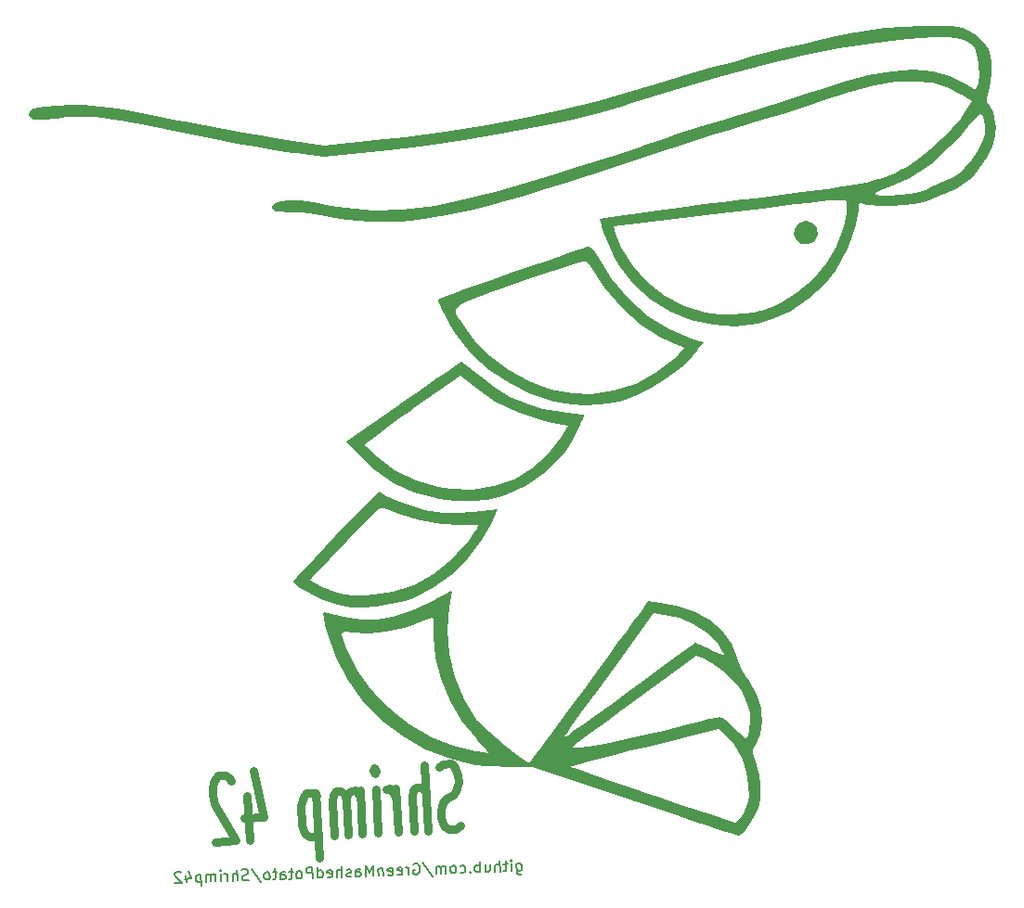
<source format=gbo>
%TF.GenerationSoftware,KiCad,Pcbnew,(6.0.0-0)*%
%TF.CreationDate,2022-02-08T20:13:20+07:00*%
%TF.ProjectId,PCB Bottom,50434220-426f-4747-946f-6d2e6b696361,rev?*%
%TF.SameCoordinates,Original*%
%TF.FileFunction,Legend,Bot*%
%TF.FilePolarity,Positive*%
%FSLAX46Y46*%
G04 Gerber Fmt 4.6, Leading zero omitted, Abs format (unit mm)*
G04 Created by KiCad (PCBNEW (6.0.0-0)) date 2022-02-08 20:13:20*
%MOMM*%
%LPD*%
G01*
G04 APERTURE LIST*
%ADD10C,0.150000*%
%ADD11C,0.750000*%
G04 APERTURE END LIST*
D10*
X98713903Y-92669291D02*
X98742155Y-93478321D01*
X98793069Y-93571840D01*
X98842320Y-93617768D01*
X98939162Y-93662034D01*
X99081933Y-93657048D01*
X99175451Y-93606135D01*
X98735507Y-93287961D02*
X98832349Y-93332228D01*
X99022709Y-93325580D01*
X99116228Y-93274666D01*
X99162156Y-93225414D01*
X99206422Y-93128572D01*
X99196451Y-92843032D01*
X99145537Y-92749514D01*
X99096285Y-92703586D01*
X98999443Y-92659319D01*
X98809083Y-92665967D01*
X98715565Y-92716881D01*
X98261269Y-93352170D02*
X98238002Y-92685910D01*
X98226369Y-92352779D02*
X98275621Y-92398707D01*
X98229693Y-92447959D01*
X98180441Y-92402031D01*
X98226369Y-92352779D01*
X98229693Y-92447959D01*
X97904872Y-92697543D02*
X97524152Y-92710838D01*
X97750469Y-92369398D02*
X97780383Y-93226019D01*
X97736116Y-93322861D01*
X97642598Y-93373775D01*
X97547418Y-93377098D01*
X97214288Y-93388732D02*
X97179388Y-92389341D01*
X96785977Y-93403688D02*
X96767697Y-92880198D01*
X96811963Y-92783356D01*
X96905481Y-92732442D01*
X97048251Y-92727457D01*
X97145093Y-92771723D01*
X97194345Y-92817651D01*
X95858500Y-92769004D02*
X95881767Y-93435264D01*
X96286811Y-92754047D02*
X96305091Y-93277537D01*
X96260825Y-93374379D01*
X96167307Y-93425293D01*
X96024537Y-93430279D01*
X95927695Y-93386012D01*
X95878443Y-93340084D01*
X95405866Y-93451883D02*
X95370967Y-92452492D01*
X95384262Y-92833212D02*
X95287420Y-92788946D01*
X95097060Y-92795594D01*
X95003542Y-92846508D01*
X94957613Y-92895759D01*
X94913347Y-92992601D01*
X94923318Y-93278142D01*
X94974232Y-93371660D01*
X95023484Y-93417588D01*
X95120326Y-93461854D01*
X95310686Y-93455207D01*
X95404204Y-93404293D01*
X94498332Y-93388279D02*
X94452404Y-93437531D01*
X94501656Y-93483459D01*
X94547584Y-93434207D01*
X94498332Y-93388279D01*
X94501656Y-93483459D01*
X93595783Y-93467444D02*
X93692625Y-93511711D01*
X93882985Y-93505063D01*
X93976503Y-93454149D01*
X94022431Y-93404897D01*
X94066698Y-93308055D01*
X94056726Y-93022515D01*
X94005813Y-92928997D01*
X93956561Y-92883069D01*
X93859719Y-92838803D01*
X93669359Y-92845450D01*
X93575840Y-92896364D01*
X93026364Y-93534977D02*
X93119883Y-93484063D01*
X93165811Y-93434811D01*
X93210077Y-93337969D01*
X93200106Y-93052429D01*
X93149192Y-92958911D01*
X93099940Y-92912983D01*
X93003098Y-92868716D01*
X92860328Y-92873702D01*
X92766810Y-92924616D01*
X92720882Y-92973868D01*
X92676615Y-93070710D01*
X92686587Y-93356250D01*
X92737500Y-93449768D01*
X92786752Y-93495696D01*
X92883594Y-93539963D01*
X93026364Y-93534977D01*
X92264924Y-93561567D02*
X92241657Y-92895307D01*
X92244981Y-92990487D02*
X92195729Y-92944558D01*
X92098887Y-92900292D01*
X91956117Y-92905278D01*
X91862599Y-92956192D01*
X91818333Y-93053034D01*
X91836613Y-93576524D01*
X91818333Y-93053034D02*
X91767419Y-92959515D01*
X91670577Y-92915249D01*
X91527807Y-92920235D01*
X91434289Y-92971149D01*
X91390022Y-93067991D01*
X91408303Y-93591481D01*
X90181991Y-92586047D02*
X91083482Y-93841064D01*
X89328694Y-92711141D02*
X89422212Y-92660227D01*
X89564982Y-92655242D01*
X89709414Y-92697846D01*
X89807918Y-92789702D01*
X89858832Y-92883221D01*
X89913069Y-93071919D01*
X89918055Y-93214689D01*
X89877112Y-93406711D01*
X89832846Y-93503553D01*
X89740990Y-93602057D01*
X89599882Y-93654632D01*
X89504701Y-93657956D01*
X89360269Y-93615352D01*
X89311018Y-93569424D01*
X89299384Y-93236293D01*
X89489745Y-93229646D01*
X88886031Y-93679561D02*
X88862765Y-93013300D01*
X88869412Y-93203660D02*
X88818498Y-93110142D01*
X88769246Y-93064214D01*
X88672404Y-93019948D01*
X88577224Y-93023271D01*
X87884978Y-93666870D02*
X87981820Y-93711136D01*
X88172180Y-93704489D01*
X88265699Y-93653575D01*
X88309965Y-93556733D01*
X88296670Y-93176013D01*
X88245756Y-93082495D01*
X88148914Y-93038228D01*
X87958554Y-93044876D01*
X87865036Y-93095790D01*
X87820769Y-93192632D01*
X87824093Y-93287812D01*
X88303317Y-93366373D01*
X87028357Y-93696784D02*
X87125199Y-93741050D01*
X87315560Y-93734403D01*
X87409078Y-93683489D01*
X87453344Y-93586647D01*
X87440049Y-93205927D01*
X87389135Y-93112408D01*
X87292293Y-93068142D01*
X87101933Y-93074790D01*
X87008415Y-93125703D01*
X86964149Y-93222545D01*
X86967472Y-93317726D01*
X87446697Y-93396287D01*
X86530853Y-93094732D02*
X86554119Y-93760993D01*
X86534176Y-93189912D02*
X86484924Y-93143984D01*
X86388083Y-93099718D01*
X86245312Y-93104704D01*
X86151794Y-93155617D01*
X86107528Y-93252459D01*
X86125809Y-93775950D01*
X85649908Y-93792569D02*
X85615009Y-92793178D01*
X85306807Y-93518661D01*
X84948748Y-92816444D01*
X84983648Y-93815835D01*
X84079437Y-93847411D02*
X84061156Y-93323920D01*
X84105423Y-93227078D01*
X84198941Y-93176164D01*
X84389301Y-93169517D01*
X84486143Y-93213783D01*
X84077775Y-93799821D02*
X84174617Y-93844087D01*
X84412567Y-93835777D01*
X84506085Y-93784864D01*
X84550352Y-93688022D01*
X84547028Y-93592842D01*
X84496114Y-93499323D01*
X84399272Y-93455057D01*
X84161322Y-93463367D01*
X84064480Y-93419100D01*
X83649465Y-93814777D02*
X83555947Y-93865691D01*
X83365586Y-93872339D01*
X83268744Y-93828073D01*
X83217831Y-93734554D01*
X83216169Y-93686964D01*
X83260435Y-93590122D01*
X83353953Y-93539209D01*
X83496723Y-93534223D01*
X83590241Y-93483309D01*
X83634508Y-93386467D01*
X83632846Y-93338877D01*
X83581932Y-93245359D01*
X83485090Y-93201093D01*
X83342320Y-93206078D01*
X83248802Y-93256992D01*
X82794506Y-93892281D02*
X82759606Y-92892891D01*
X82366196Y-93907238D02*
X82347915Y-93383748D01*
X82392181Y-93286906D01*
X82485699Y-93235992D01*
X82628469Y-93231006D01*
X82725311Y-93275273D01*
X82774563Y-93321201D01*
X81507913Y-93889562D02*
X81604755Y-93933828D01*
X81795115Y-93927181D01*
X81888633Y-93876267D01*
X81932900Y-93779425D01*
X81919604Y-93398705D01*
X81868691Y-93305187D01*
X81771849Y-93260920D01*
X81581489Y-93267568D01*
X81487970Y-93318482D01*
X81443704Y-93415324D01*
X81447028Y-93510504D01*
X81926252Y-93589065D01*
X80605364Y-93968728D02*
X80570465Y-92969337D01*
X80603702Y-93921138D02*
X80700544Y-93965404D01*
X80890904Y-93958757D01*
X80984422Y-93907843D01*
X81030351Y-93858591D01*
X81074617Y-93761749D01*
X81064646Y-93476209D01*
X81013732Y-93382691D01*
X80964480Y-93336762D01*
X80867638Y-93292496D01*
X80677278Y-93299144D01*
X80583760Y-93350057D01*
X80129464Y-93985347D02*
X80094564Y-92985956D01*
X79713844Y-92999251D01*
X79620326Y-93050165D01*
X79574398Y-93099417D01*
X79530131Y-93196259D01*
X79535117Y-93339029D01*
X79586031Y-93432547D01*
X79635283Y-93478475D01*
X79732125Y-93522741D01*
X80112845Y-93509446D01*
X78987303Y-94025232D02*
X79080821Y-93974318D01*
X79126749Y-93925066D01*
X79171015Y-93828224D01*
X79161044Y-93542684D01*
X79110130Y-93449166D01*
X79060878Y-93403238D01*
X78964036Y-93358971D01*
X78821266Y-93363957D01*
X78727748Y-93414871D01*
X78681820Y-93464123D01*
X78637554Y-93560965D01*
X78647525Y-93846505D01*
X78698439Y-93940023D01*
X78747691Y-93985951D01*
X78844533Y-94030217D01*
X78987303Y-94025232D01*
X78345366Y-93380576D02*
X77964646Y-93393871D01*
X78190963Y-93052431D02*
X78220876Y-93909052D01*
X78176610Y-94005894D01*
X78083092Y-94056808D01*
X77987912Y-94060131D01*
X77226471Y-94086721D02*
X77208191Y-93563231D01*
X77252457Y-93466389D01*
X77345975Y-93415475D01*
X77536335Y-93408828D01*
X77633177Y-93453094D01*
X77224809Y-94039131D02*
X77321651Y-94083398D01*
X77559602Y-94075088D01*
X77653120Y-94024174D01*
X77697386Y-93927333D01*
X77694062Y-93832152D01*
X77643148Y-93738634D01*
X77546306Y-93694368D01*
X77308356Y-93702677D01*
X77211514Y-93658411D01*
X76870075Y-93432094D02*
X76489354Y-93445389D01*
X76715671Y-93103949D02*
X76745585Y-93960570D01*
X76701319Y-94057412D01*
X76607801Y-94108326D01*
X76512621Y-94111650D01*
X76036720Y-94128268D02*
X76130238Y-94077355D01*
X76176167Y-94028103D01*
X76220433Y-93931261D01*
X76210462Y-93645721D01*
X76159548Y-93552202D01*
X76110296Y-93506274D01*
X76013454Y-93462008D01*
X75870684Y-93466994D01*
X75777166Y-93517907D01*
X75731237Y-93567159D01*
X75686971Y-93664001D01*
X75696942Y-93949541D01*
X75747856Y-94043060D01*
X75797108Y-94088988D01*
X75893950Y-94133254D01*
X76036720Y-94128268D01*
X74524868Y-93132806D02*
X75426359Y-94387823D01*
X74274227Y-94142168D02*
X74133119Y-94194744D01*
X73895169Y-94203053D01*
X73798327Y-94158787D01*
X73749075Y-94112859D01*
X73698161Y-94019340D01*
X73694837Y-93924160D01*
X73739103Y-93827318D01*
X73785032Y-93778066D01*
X73878550Y-93727153D01*
X74067248Y-93672915D01*
X74160766Y-93622001D01*
X74206694Y-93572749D01*
X74250961Y-93475907D01*
X74247637Y-93380727D01*
X74196723Y-93287209D01*
X74147471Y-93241281D01*
X74050629Y-93197015D01*
X73812679Y-93205324D01*
X73671571Y-93257900D01*
X73276498Y-94224658D02*
X73241599Y-93225267D01*
X72848188Y-94239614D02*
X72829907Y-93716124D01*
X72874173Y-93619282D01*
X72967691Y-93568368D01*
X73110462Y-93563383D01*
X73207304Y-93607649D01*
X73256555Y-93653577D01*
X72372287Y-94256233D02*
X72349021Y-93589973D01*
X72355668Y-93780333D02*
X72304755Y-93686815D01*
X72255503Y-93640887D01*
X72158661Y-93596620D01*
X72063481Y-93599944D01*
X71753617Y-94277838D02*
X71730350Y-93611577D01*
X71718717Y-93278447D02*
X71767969Y-93324375D01*
X71722041Y-93373627D01*
X71672789Y-93327699D01*
X71718717Y-93278447D01*
X71722041Y-93373627D01*
X71277716Y-94294457D02*
X71254450Y-93628196D01*
X71257774Y-93723376D02*
X71208522Y-93677448D01*
X71111680Y-93633182D01*
X70968910Y-93638167D01*
X70875392Y-93689081D01*
X70831125Y-93785923D01*
X70849406Y-94309413D01*
X70831125Y-93785923D02*
X70780212Y-93692405D01*
X70683370Y-93648139D01*
X70540599Y-93653124D01*
X70447081Y-93704038D01*
X70402815Y-93800880D01*
X70421096Y-94324370D01*
X69921929Y-93674729D02*
X69956828Y-94674119D01*
X69923591Y-93722319D02*
X69826749Y-93678052D01*
X69636389Y-93684700D01*
X69542870Y-93735614D01*
X69496942Y-93784866D01*
X69452676Y-93881708D01*
X69462647Y-94167248D01*
X69513561Y-94260766D01*
X69562813Y-94306694D01*
X69659655Y-94350960D01*
X69850015Y-94344313D01*
X69943533Y-94293399D01*
X68589408Y-93721261D02*
X68612674Y-94387522D01*
X68814063Y-93332232D02*
X69076941Y-94037773D01*
X68458271Y-94059377D01*
X68105198Y-93499930D02*
X68055946Y-93454002D01*
X67959104Y-93409735D01*
X67721154Y-93418045D01*
X67627636Y-93468959D01*
X67581708Y-93518211D01*
X67537441Y-93615053D01*
X67540765Y-93710233D01*
X67593341Y-93851341D01*
X68184364Y-94402479D01*
X67565693Y-94424083D01*
D11*
X93622018Y-89214332D02*
X93208987Y-89522085D01*
X92495680Y-89559468D01*
X92195404Y-89289098D01*
X92037790Y-89011252D01*
X91865222Y-88448083D01*
X91835316Y-87877437D01*
X91948071Y-87299315D01*
X92075779Y-87006516D01*
X92346149Y-86706240D01*
X92901841Y-86391011D01*
X93172211Y-86090735D01*
X93299919Y-85797936D01*
X93412674Y-85219814D01*
X93382768Y-84649169D01*
X93210200Y-84086000D01*
X93052586Y-83808154D01*
X92752310Y-83537784D01*
X92039003Y-83575167D01*
X91625972Y-83882919D01*
X90641083Y-89656663D02*
X90327067Y-83664886D01*
X89357130Y-89723952D02*
X89192646Y-86585402D01*
X89305401Y-86007280D01*
X89575771Y-85707004D01*
X90003755Y-85684574D01*
X90304031Y-85954944D01*
X90461645Y-86232790D01*
X87930517Y-89798718D02*
X87721173Y-85804199D01*
X87780985Y-86945490D02*
X87608418Y-86382321D01*
X87450803Y-86104475D01*
X87150527Y-85834106D01*
X86865205Y-85849059D01*
X86075919Y-89895913D02*
X85866575Y-85901395D01*
X85761903Y-83904136D02*
X85919518Y-84181982D01*
X85791809Y-84474781D01*
X85634195Y-84196935D01*
X85761903Y-83904136D01*
X85791809Y-84474781D01*
X84649305Y-89970679D02*
X84439962Y-85976160D01*
X84469868Y-86546806D02*
X84312253Y-86268960D01*
X84011977Y-85998590D01*
X83583993Y-86021020D01*
X83313624Y-86321296D01*
X83200869Y-86899418D01*
X83365353Y-90037968D01*
X83200869Y-86899418D02*
X83028301Y-86336249D01*
X82728025Y-86065879D01*
X82300041Y-86088309D01*
X82029672Y-86388585D01*
X81916916Y-86966707D01*
X82081401Y-90105257D01*
X80445443Y-86185504D02*
X80759459Y-92177282D01*
X80460397Y-86470827D02*
X80160121Y-86200457D01*
X79589475Y-86230364D01*
X79319106Y-86530640D01*
X79191397Y-86823439D01*
X79078642Y-87401561D01*
X79168361Y-89113497D01*
X79340929Y-89676666D01*
X79498543Y-89954512D01*
X79798819Y-90224882D01*
X80369464Y-90194976D01*
X80639834Y-89894700D01*
X74168343Y-86514473D02*
X74377687Y-90508991D01*
X74762025Y-84194509D02*
X75699629Y-88436967D01*
X73845031Y-88534162D01*
X72666964Y-85162625D02*
X72509350Y-84884779D01*
X72209074Y-84614409D01*
X71495767Y-84651792D01*
X71225397Y-84952068D01*
X71097689Y-85244867D01*
X70984934Y-85822989D01*
X71014840Y-86393635D01*
X71202361Y-87242126D01*
X73093735Y-90576280D01*
X71239137Y-90673476D01*
%TO.C,G\u002A\u002A\u002A*%
G36*
X138429012Y-16247651D02*
G01*
X139387699Y-16409371D01*
X139911361Y-16601954D01*
X140717912Y-17086159D01*
X141393370Y-17701487D01*
X141807098Y-18343501D01*
X141890413Y-18615672D01*
X142015140Y-19459433D01*
X142039236Y-20448095D01*
X141963515Y-21411687D01*
X141788787Y-22180232D01*
X141683895Y-22475695D01*
X141578556Y-22897480D01*
X141637052Y-23178360D01*
X141869049Y-23474213D01*
X141875519Y-23481422D01*
X142203443Y-24103739D01*
X142409651Y-25099551D01*
X142420962Y-25200405D01*
X142423599Y-25223918D01*
X142415384Y-26227450D01*
X142160132Y-27202678D01*
X141627387Y-28230127D01*
X140786693Y-29390317D01*
X140485520Y-29754245D01*
X140028202Y-30229302D01*
X139526004Y-30616048D01*
X138869995Y-30993203D01*
X137951246Y-31439494D01*
X137322838Y-31727041D01*
X136510935Y-32059626D01*
X135787734Y-32278518D01*
X134990793Y-32429175D01*
X133957675Y-32557053D01*
X133007835Y-32641107D01*
X131814707Y-32667838D01*
X130962052Y-32572241D01*
X130675868Y-32506088D01*
X130209395Y-32403428D01*
X130001998Y-32365825D01*
X129991426Y-32380646D01*
X129973849Y-32485055D01*
X129946979Y-32644667D01*
X129908186Y-33132977D01*
X129885236Y-33372398D01*
X129687773Y-34300209D01*
X129336529Y-35402332D01*
X128878827Y-36555800D01*
X128361986Y-37637640D01*
X127833327Y-38524881D01*
X126847288Y-39747642D01*
X125344912Y-41123641D01*
X123645453Y-42243422D01*
X121844339Y-43035118D01*
X120726259Y-43342538D01*
X118677281Y-43602623D01*
X116626365Y-43501182D01*
X114625729Y-43056624D01*
X112727594Y-42287353D01*
X110984179Y-41211777D01*
X109447701Y-39848300D01*
X108170381Y-38215331D01*
X108026385Y-37980786D01*
X107585103Y-37162733D01*
X107142844Y-36223716D01*
X106749519Y-35280769D01*
X106478086Y-34515879D01*
X107567908Y-34515879D01*
X107774810Y-35145357D01*
X108300009Y-36431626D01*
X109333966Y-38115113D01*
X110662553Y-39592539D01*
X112237297Y-40821030D01*
X114009727Y-41757712D01*
X115931371Y-42359712D01*
X116490800Y-42442619D01*
X117418517Y-42500571D01*
X118453519Y-42504695D01*
X119469500Y-42458326D01*
X120340151Y-42364801D01*
X120939163Y-42227456D01*
X121064044Y-42180397D01*
X121575365Y-41986633D01*
X122190613Y-41752542D01*
X122893600Y-41443170D01*
X124386761Y-40517172D01*
X125772402Y-39304752D01*
X126968892Y-37883502D01*
X127894603Y-36331008D01*
X128093017Y-35872716D01*
X128388167Y-35021379D01*
X128630550Y-34126298D01*
X128797004Y-33291569D01*
X128864367Y-32621282D01*
X128809476Y-32219534D01*
X128806778Y-32214742D01*
X128732739Y-32155543D01*
X128572098Y-32117771D01*
X128293834Y-32104331D01*
X127866926Y-32118130D01*
X127260356Y-32162070D01*
X126443103Y-32239057D01*
X125384148Y-32351996D01*
X124052470Y-32503791D01*
X122417049Y-32697347D01*
X120446867Y-32935570D01*
X118110900Y-33221363D01*
X107567908Y-34515879D01*
X106478086Y-34515879D01*
X106455038Y-34450930D01*
X106309309Y-33851234D01*
X106342277Y-33830276D01*
X106693870Y-33749602D01*
X107413296Y-33627703D01*
X108479740Y-33467461D01*
X109872385Y-33271760D01*
X111570414Y-33043484D01*
X113553012Y-32785514D01*
X115799363Y-32500734D01*
X118288650Y-32192028D01*
X118587971Y-32155271D01*
X121211090Y-31832096D01*
X123474552Y-31549067D01*
X124076600Y-31471377D01*
X131450895Y-31471377D01*
X131451190Y-31595914D01*
X131498079Y-31612479D01*
X132012719Y-31679284D01*
X132781079Y-31673542D01*
X133683681Y-31606801D01*
X134601049Y-31490606D01*
X135413707Y-31336509D01*
X136002176Y-31156054D01*
X136419363Y-30974812D01*
X137218354Y-30628052D01*
X138010921Y-30284406D01*
X138554548Y-30022369D01*
X139098392Y-29655831D01*
X139619082Y-29145409D01*
X140232511Y-28392403D01*
X140779694Y-27630453D01*
X141226305Y-26824568D01*
X141428525Y-26134922D01*
X141448789Y-25944908D01*
X141443534Y-25320418D01*
X141354228Y-24736815D01*
X141205614Y-24313764D01*
X141022432Y-24170930D01*
X141018315Y-24172300D01*
X140832146Y-24345911D01*
X140449813Y-24764993D01*
X139924779Y-25369340D01*
X139310505Y-26098748D01*
X138261209Y-27253623D01*
X136497564Y-28804463D01*
X134601930Y-30049970D01*
X132639488Y-30942811D01*
X132573890Y-30966221D01*
X131828738Y-31259497D01*
X131450895Y-31471377D01*
X124076600Y-31471377D01*
X125412226Y-31299024D01*
X127057981Y-31074806D01*
X128445687Y-30869251D01*
X129609212Y-30675199D01*
X130582424Y-30485491D01*
X131399195Y-30292963D01*
X132093392Y-30090456D01*
X132698884Y-29870810D01*
X133249542Y-29626864D01*
X133779234Y-29351455D01*
X134321827Y-29037424D01*
X134911193Y-28677611D01*
X135527179Y-28250632D01*
X136472722Y-27473922D01*
X137465621Y-26550944D01*
X138411760Y-25575100D01*
X139217022Y-24639795D01*
X139787291Y-23838432D01*
X140246094Y-23072756D01*
X139301568Y-22474912D01*
X139271479Y-22455957D01*
X138007793Y-21814018D01*
X136620661Y-21409603D01*
X135078025Y-21244041D01*
X133347824Y-21318663D01*
X131397999Y-21634796D01*
X129196493Y-22193771D01*
X126711245Y-22996916D01*
X126037434Y-23229009D01*
X124608829Y-23702587D01*
X123026578Y-24208731D01*
X121439690Y-24700110D01*
X119997182Y-25129397D01*
X119250511Y-25350371D01*
X117950062Y-25747877D01*
X116399495Y-26232537D01*
X114673355Y-26780635D01*
X112846187Y-27368457D01*
X110992535Y-27972289D01*
X109186945Y-28568415D01*
X108012917Y-28958117D01*
X105358297Y-29831246D01*
X103024660Y-30584803D01*
X100972508Y-31229914D01*
X99162343Y-31777709D01*
X97554668Y-32239314D01*
X96109984Y-32625857D01*
X94788794Y-32948465D01*
X93551601Y-33218266D01*
X92358906Y-33446389D01*
X91171212Y-33643959D01*
X90273147Y-33780324D01*
X89064260Y-33946059D01*
X88069133Y-34049459D01*
X87176865Y-34098411D01*
X86276559Y-34100802D01*
X85257315Y-34064518D01*
X84367922Y-34005362D01*
X83217119Y-33887764D01*
X82167772Y-33739331D01*
X81369128Y-33578710D01*
X81313309Y-33564651D01*
X80361110Y-33383140D01*
X79253929Y-33250968D01*
X78220070Y-33195888D01*
X77863014Y-33191825D01*
X77152062Y-33165224D01*
X76733116Y-33101409D01*
X76527727Y-32982309D01*
X76457448Y-32789853D01*
X76477781Y-32561772D01*
X76702770Y-32376028D01*
X77234986Y-32234545D01*
X77940944Y-32143982D01*
X78971490Y-32152209D01*
X80224858Y-32302856D01*
X81774165Y-32601839D01*
X83073988Y-32833490D01*
X85630129Y-33037555D01*
X88402729Y-32962789D01*
X91346407Y-32609157D01*
X91671662Y-32553202D01*
X93162818Y-32247318D01*
X94972767Y-31811787D01*
X97058592Y-31259038D01*
X99377373Y-30601498D01*
X101886196Y-29851594D01*
X104542144Y-29021752D01*
X107302299Y-28124400D01*
X110123743Y-27171965D01*
X110234855Y-27133821D01*
X111879812Y-26580531D01*
X113715210Y-25980781D01*
X115599269Y-25379831D01*
X117390209Y-24822945D01*
X118946250Y-24355388D01*
X118973266Y-24347465D01*
X120477402Y-23896898D01*
X122086086Y-23399084D01*
X123676928Y-22892951D01*
X125127538Y-22417429D01*
X126315525Y-22011446D01*
X128348586Y-21342629D01*
X130793484Y-20695320D01*
X132982616Y-20316795D01*
X134938201Y-20206152D01*
X136682462Y-20362494D01*
X138237616Y-20784919D01*
X139625883Y-21472528D01*
X140139501Y-21783190D01*
X140468859Y-21925867D01*
X140658020Y-21881355D01*
X140808306Y-21666257D01*
X140888145Y-21415214D01*
X140925960Y-20728600D01*
X140847835Y-19746625D01*
X140829474Y-19599061D01*
X140718924Y-18856004D01*
X140591003Y-18386266D01*
X140404272Y-18081271D01*
X140117293Y-17832440D01*
X140014189Y-17761159D01*
X139495493Y-17505707D01*
X138825579Y-17336229D01*
X137956000Y-17249947D01*
X136838309Y-17244084D01*
X135424062Y-17315862D01*
X133664810Y-17462504D01*
X131021259Y-17776582D01*
X128041551Y-18265707D01*
X124808023Y-18925025D01*
X121301386Y-19759138D01*
X117502358Y-20772643D01*
X113391649Y-21970140D01*
X108949973Y-23356229D01*
X108583898Y-23471965D01*
X106197460Y-24153438D01*
X103481987Y-24819545D01*
X100498186Y-25458734D01*
X97306768Y-26059453D01*
X93968445Y-26610147D01*
X90543925Y-27099266D01*
X87093919Y-27515256D01*
X81128767Y-28166047D01*
X78667697Y-27815461D01*
X78319749Y-27765515D01*
X76636676Y-27512064D01*
X74948760Y-27236069D01*
X73179127Y-26923579D01*
X71250905Y-26560646D01*
X69087221Y-26133319D01*
X66611203Y-25627650D01*
X65830133Y-25467082D01*
X64070564Y-25116127D01*
X62614484Y-24848190D01*
X61400108Y-24657019D01*
X60365654Y-24536360D01*
X59449336Y-24479962D01*
X58589374Y-24481570D01*
X57723982Y-24534933D01*
X56791376Y-24633795D01*
X56708372Y-24643788D01*
X55717006Y-24747961D01*
X55046566Y-24779271D01*
X54629337Y-24737383D01*
X54397602Y-24621962D01*
X54217024Y-24342915D01*
X54344158Y-23995772D01*
X54464693Y-23857436D01*
X54705749Y-23731871D01*
X55120979Y-23638685D01*
X55785565Y-23562127D01*
X56774692Y-23486440D01*
X57041845Y-23468476D01*
X57833187Y-23422504D01*
X58550032Y-23400110D01*
X59244204Y-23407554D01*
X59967528Y-23451097D01*
X60771832Y-23537003D01*
X61708940Y-23671530D01*
X62830678Y-23860940D01*
X64188872Y-24111494D01*
X65835348Y-24429454D01*
X67821931Y-24821081D01*
X68433430Y-24941505D01*
X70226359Y-25287589D01*
X72036908Y-25627795D01*
X73783173Y-25947276D01*
X75383253Y-26231185D01*
X76755244Y-26464676D01*
X77817240Y-26632903D01*
X81203776Y-27135845D01*
X86673680Y-26554337D01*
X88565889Y-26339302D01*
X92272728Y-25841684D01*
X95961917Y-25250363D01*
X99557085Y-24580079D01*
X102981862Y-23845570D01*
X106159879Y-23061573D01*
X109014766Y-22242828D01*
X109638151Y-22049440D01*
X111880682Y-21366486D01*
X114143516Y-20695618D01*
X116359935Y-20055641D01*
X118463225Y-19465358D01*
X120386668Y-18943574D01*
X122063548Y-18509092D01*
X123427147Y-18180718D01*
X123875602Y-18078653D01*
X125130138Y-17791166D01*
X126358113Y-17507261D01*
X127438307Y-17255047D01*
X128249500Y-17062629D01*
X129078658Y-16880509D01*
X130655550Y-16608217D01*
X132334339Y-16396241D01*
X134033051Y-16249388D01*
X135669715Y-16172467D01*
X137162360Y-16170286D01*
X138429012Y-16247651D01*
G37*
G36*
X95821867Y-48497321D02*
G01*
X96645018Y-49108285D01*
X98123693Y-50039126D01*
X99586339Y-50704968D01*
X101157200Y-51157146D01*
X102960518Y-51446998D01*
X103366202Y-51494602D01*
X104101091Y-51586002D01*
X104625191Y-51658347D01*
X104845114Y-51699141D01*
X104859121Y-51750246D01*
X104766213Y-52073592D01*
X104572213Y-52528805D01*
X104537443Y-52610392D01*
X104218359Y-53269020D01*
X103854506Y-53957851D01*
X103491429Y-54585258D01*
X103174675Y-55059616D01*
X102502661Y-55850837D01*
X101120840Y-57109282D01*
X99535513Y-58190330D01*
X97869301Y-59002844D01*
X97394999Y-59162324D01*
X96085969Y-59436735D01*
X94599343Y-59570584D01*
X93075777Y-59555282D01*
X91655922Y-59382241D01*
X91401734Y-59331279D01*
X89375403Y-58760027D01*
X87553615Y-57915403D01*
X85861006Y-56755389D01*
X84222212Y-55237972D01*
X83429977Y-54410353D01*
X84855823Y-54410353D01*
X84871495Y-54439836D01*
X85095876Y-54683197D01*
X85529367Y-55096020D01*
X86099289Y-55608289D01*
X87632654Y-56742785D01*
X89539351Y-57705699D01*
X91581105Y-58316594D01*
X92717588Y-58491775D01*
X94751032Y-58530011D01*
X96694051Y-58218422D01*
X98504879Y-57573889D01*
X100141747Y-56613295D01*
X101562892Y-55353523D01*
X102726543Y-53811455D01*
X103421150Y-52670138D01*
X102009833Y-52417108D01*
X101287839Y-52271518D01*
X98915825Y-51544824D01*
X96739317Y-50476612D01*
X94778839Y-49076364D01*
X93654399Y-48124044D01*
X89247248Y-51206845D01*
X89225166Y-51222293D01*
X88062773Y-52040253D01*
X87017639Y-52784714D01*
X86132071Y-53424818D01*
X85448374Y-53929700D01*
X85008857Y-54268499D01*
X84855823Y-54410353D01*
X83429977Y-54410353D01*
X83206036Y-54176410D01*
X87893795Y-50884162D01*
X88065685Y-50763466D01*
X89292722Y-49903167D01*
X90431367Y-49107006D01*
X91433884Y-48408206D01*
X92252531Y-47839988D01*
X92839571Y-47435576D01*
X93147263Y-47228191D01*
X93712973Y-46864466D01*
X95821867Y-48497321D01*
G37*
G36*
X92813354Y-67873076D02*
G01*
X92759131Y-68278817D01*
X92646092Y-68881986D01*
X92586271Y-69193856D01*
X92400083Y-71334443D01*
X92574775Y-73510451D01*
X93092953Y-75646352D01*
X93937226Y-77666617D01*
X95090202Y-79495716D01*
X95172043Y-79596792D01*
X95607124Y-80054033D01*
X96220476Y-80627983D01*
X96944632Y-81263221D01*
X97712125Y-81904326D01*
X98243187Y-82326931D01*
X98455491Y-82495877D01*
X99107264Y-82982454D01*
X99599977Y-83308636D01*
X99866164Y-83419002D01*
X99893539Y-83399454D01*
X100121882Y-83137159D01*
X100549166Y-82596309D01*
X100960505Y-82058420D01*
X103832034Y-82058420D01*
X103959140Y-82093520D01*
X104457649Y-82080855D01*
X105264309Y-81981727D01*
X106328911Y-81805440D01*
X107601242Y-81561301D01*
X109031093Y-81258610D01*
X110568252Y-80906673D01*
X112162510Y-80514795D01*
X113076660Y-80283148D01*
X114336139Y-79967459D01*
X115441439Y-79694473D01*
X116334255Y-79478411D01*
X116956279Y-79333500D01*
X117249205Y-79273959D01*
X117491247Y-79339688D01*
X117964478Y-79669545D01*
X118536855Y-80224116D01*
X119017267Y-80718541D01*
X119407329Y-81069100D01*
X119618218Y-81195257D01*
X119631858Y-81192892D01*
X119835796Y-80962284D01*
X119974216Y-80441484D01*
X120030590Y-79731487D01*
X119988390Y-78933284D01*
X119807952Y-78070309D01*
X119255977Y-76907443D01*
X119019130Y-76580505D01*
X118316742Y-75817882D01*
X117454158Y-75058443D01*
X116560815Y-74410653D01*
X115766147Y-73982979D01*
X115135098Y-73730032D01*
X109440179Y-77860328D01*
X108256217Y-78721879D01*
X107036819Y-79615764D01*
X105962318Y-80410401D01*
X105068650Y-81078887D01*
X104391755Y-81594321D01*
X103967570Y-81929798D01*
X103832034Y-82058420D01*
X100960505Y-82058420D01*
X101149335Y-81811496D01*
X101608265Y-81200707D01*
X103068181Y-81200707D01*
X103119282Y-81168516D01*
X103449203Y-80936968D01*
X104059348Y-80499576D01*
X104921537Y-79876819D01*
X106007591Y-79089176D01*
X107289332Y-78157127D01*
X108738580Y-77101149D01*
X110327157Y-75941723D01*
X112026882Y-74699327D01*
X113809578Y-73394440D01*
X115034610Y-72497121D01*
X116346695Y-73133552D01*
X116457863Y-73186792D01*
X117062996Y-73449575D01*
X117483472Y-73586206D01*
X117633965Y-73567894D01*
X117615507Y-73502535D01*
X117436084Y-73145871D01*
X117134415Y-72662746D01*
X116955900Y-72420250D01*
X116058432Y-71550262D01*
X114893219Y-70807787D01*
X113561788Y-70248688D01*
X112165664Y-69928827D01*
X111260501Y-69810949D01*
X107552838Y-74909805D01*
X107140234Y-75477314D01*
X106229529Y-76730544D01*
X105391245Y-77884937D01*
X104657965Y-78895574D01*
X104062276Y-79717534D01*
X103636758Y-80305894D01*
X103413998Y-80615735D01*
X103334426Y-80729520D01*
X103114067Y-81073330D01*
X103068181Y-81200707D01*
X101608265Y-81200707D01*
X101896337Y-80817312D01*
X102764115Y-79648348D01*
X103726616Y-78339199D01*
X104757785Y-76924454D01*
X105009462Y-76577757D01*
X106056193Y-75136794D01*
X107045892Y-73775825D01*
X107948935Y-72535489D01*
X108735697Y-71456429D01*
X109376546Y-70579286D01*
X109841860Y-69944703D01*
X110102009Y-69593318D01*
X110749668Y-68732780D01*
X111843849Y-68848969D01*
X113253428Y-69092995D01*
X114878510Y-69640187D01*
X116290994Y-70425454D01*
X117448225Y-71417935D01*
X118307544Y-72586765D01*
X118645755Y-73443661D01*
X118826294Y-73901077D01*
X118917699Y-74214622D01*
X119233506Y-74968362D01*
X119604269Y-75569240D01*
X119924882Y-75995900D01*
X120601135Y-77208977D01*
X121009599Y-78473038D01*
X121044177Y-78803650D01*
X121139255Y-79712720D01*
X120979081Y-80852660D01*
X120518056Y-81817494D01*
X120501099Y-81841053D01*
X120259422Y-82244629D01*
X120243702Y-82589938D01*
X120441720Y-83078877D01*
X120656398Y-83693228D01*
X120845509Y-84630249D01*
X120923210Y-85365506D01*
X120953933Y-85656215D01*
X120966149Y-86615070D01*
X120866635Y-87350762D01*
X120721340Y-87735483D01*
X120368535Y-88422574D01*
X119934219Y-89103616D01*
X119582236Y-89570684D01*
X119242134Y-89970077D01*
X119049068Y-90131226D01*
X119041177Y-90130594D01*
X118776837Y-90055585D01*
X118175873Y-89865372D01*
X117275254Y-89572204D01*
X116111946Y-89188330D01*
X114722917Y-88725999D01*
X113145132Y-88197460D01*
X111415560Y-87614962D01*
X109571166Y-86990753D01*
X100255111Y-83830407D01*
X98240922Y-83837174D01*
X97793647Y-83835008D01*
X96763111Y-83807082D01*
X96715192Y-83804396D01*
X103665187Y-83804396D01*
X103674336Y-83813486D01*
X103935873Y-83923290D01*
X104526225Y-84141516D01*
X105405158Y-84454115D01*
X106532440Y-84847030D01*
X107867840Y-85306211D01*
X109371125Y-85817604D01*
X111002064Y-86367157D01*
X111394481Y-86498751D01*
X113015757Y-87041864D01*
X114511909Y-87542165D01*
X115840596Y-87985552D01*
X116959475Y-88357933D01*
X117826207Y-88645209D01*
X118398451Y-88833283D01*
X118633865Y-88908060D01*
X118757372Y-88889697D01*
X119062689Y-88619537D01*
X119394511Y-88125586D01*
X119688625Y-87512106D01*
X119880817Y-86883359D01*
X119927589Y-86532972D01*
X119896974Y-85491512D01*
X119682675Y-84333038D01*
X119318471Y-83207223D01*
X118838146Y-82263737D01*
X118549957Y-81849481D01*
X118072894Y-81239813D01*
X117671048Y-80808318D01*
X117156477Y-80346229D01*
X110442368Y-82034949D01*
X109132643Y-82365614D01*
X107661085Y-82740329D01*
X106354020Y-83076647D01*
X105256174Y-83362888D01*
X104412271Y-83587378D01*
X103867034Y-83738440D01*
X103665187Y-83804396D01*
X96715192Y-83804396D01*
X95811259Y-83753728D01*
X95098691Y-83682832D01*
X94991052Y-83667051D01*
X92642729Y-83119672D01*
X90389746Y-82217709D01*
X88278865Y-80997476D01*
X86356848Y-79495285D01*
X84670458Y-77747448D01*
X83266457Y-75790277D01*
X82191607Y-73660084D01*
X82161708Y-73585987D01*
X81809688Y-72647230D01*
X81525889Y-71782643D01*
X82777490Y-71782643D01*
X82909668Y-72231498D01*
X83226819Y-72982737D01*
X83401807Y-73377852D01*
X84255214Y-75053596D01*
X85206988Y-76474772D01*
X86347219Y-77761473D01*
X87765993Y-79033792D01*
X88978325Y-79945978D01*
X90948316Y-81111148D01*
X92968688Y-81944610D01*
X94974965Y-82416114D01*
X95127013Y-82438219D01*
X95706929Y-82531717D01*
X96096353Y-82608189D01*
X96133250Y-82585999D01*
X96003536Y-82357845D01*
X95659576Y-81936609D01*
X95145769Y-81379674D01*
X95019671Y-81246851D01*
X93734439Y-79631729D01*
X92668882Y-77803731D01*
X91861001Y-75853039D01*
X91348792Y-73869838D01*
X91170254Y-71944311D01*
X91169586Y-71671741D01*
X91159074Y-70950090D01*
X91138411Y-70433534D01*
X91110947Y-70219518D01*
X91072913Y-70218755D01*
X90753449Y-70307311D01*
X90186284Y-70502666D01*
X89460735Y-70774767D01*
X88448407Y-71117732D01*
X86810336Y-71494437D01*
X85212772Y-71663731D01*
X83792567Y-71605554D01*
X83757666Y-71600706D01*
X83174799Y-71532214D01*
X82856970Y-71571204D01*
X82777490Y-71782643D01*
X81525889Y-71782643D01*
X81508242Y-71728882D01*
X81275495Y-70901710D01*
X81129578Y-70236480D01*
X81088618Y-69803960D01*
X81170744Y-69674918D01*
X82922466Y-70143839D01*
X84524359Y-70390529D01*
X85996873Y-70391554D01*
X87435141Y-70146679D01*
X88934300Y-69655670D01*
X89065888Y-69603302D01*
X89998721Y-69205088D01*
X90918919Y-68773864D01*
X91644743Y-68394213D01*
X92162197Y-68101490D01*
X92605716Y-67859347D01*
X92804373Y-67762920D01*
X92813354Y-67873076D01*
G37*
G36*
X125760275Y-34210241D02*
G01*
X126102406Y-34657876D01*
X126195610Y-35215637D01*
X125975162Y-35767644D01*
X125793487Y-35945357D01*
X125269851Y-36141560D01*
X124709091Y-36067966D01*
X124245154Y-35759750D01*
X124011983Y-35252088D01*
X124103942Y-34713606D01*
X124466083Y-34230746D01*
X124982080Y-33989704D01*
X125233938Y-33988607D01*
X125760275Y-34210241D01*
G37*
G36*
X105509836Y-36408858D02*
G01*
X105744348Y-36626124D01*
X106047564Y-37078523D01*
X106475092Y-37827116D01*
X107381446Y-39281234D01*
X108910643Y-41139011D01*
X110678080Y-42684601D01*
X112667922Y-43904867D01*
X114864333Y-44786673D01*
X115759758Y-45063056D01*
X115486897Y-45432166D01*
X115192269Y-45830721D01*
X114791895Y-46320020D01*
X113744023Y-47338770D01*
X112472879Y-48330623D01*
X111090537Y-49219926D01*
X109709071Y-49931029D01*
X108440554Y-50388277D01*
X107628902Y-50565020D01*
X106273803Y-50753002D01*
X104920185Y-50833968D01*
X103754808Y-50791833D01*
X102125805Y-50499804D01*
X100067929Y-49820547D01*
X98080347Y-48838148D01*
X96241199Y-47599426D01*
X94628622Y-46151196D01*
X93320757Y-44540274D01*
X92963545Y-43979818D01*
X92539587Y-43253038D01*
X92144170Y-42520961D01*
X91951298Y-42131387D01*
X93192575Y-42131387D01*
X93220412Y-42427417D01*
X93385904Y-42777137D01*
X93658793Y-43205398D01*
X94008821Y-43737050D01*
X94851523Y-44876489D01*
X96304248Y-46339800D01*
X98006872Y-47609276D01*
X99881110Y-48636808D01*
X101848675Y-49374284D01*
X103831286Y-49773593D01*
X105590451Y-49818386D01*
X107623666Y-49521130D01*
X109591530Y-48871621D01*
X111426568Y-47892997D01*
X113061307Y-46608398D01*
X113521113Y-46159694D01*
X113867760Y-45792713D01*
X113996756Y-45615132D01*
X113868718Y-45523522D01*
X113455548Y-45330475D01*
X112857553Y-45091297D01*
X111752266Y-44597678D01*
X110006220Y-43480838D01*
X108337621Y-41985885D01*
X106757913Y-40123676D01*
X105278546Y-37905061D01*
X105233646Y-37834901D01*
X105145985Y-37752170D01*
X105002533Y-37713482D01*
X104763036Y-37729752D01*
X104387239Y-37811894D01*
X103834893Y-37970825D01*
X103065743Y-38217460D01*
X102039539Y-38562716D01*
X100716025Y-39017505D01*
X99054951Y-39592746D01*
X97610710Y-40091119D01*
X96177215Y-40586852D01*
X95062920Y-40987176D01*
X94237565Y-41316942D01*
X93670894Y-41600999D01*
X93332650Y-41864197D01*
X93192575Y-42131387D01*
X91951298Y-42131387D01*
X91822078Y-41870381D01*
X91618092Y-41388084D01*
X91576998Y-41160864D01*
X91577844Y-41159997D01*
X91788112Y-41071129D01*
X92322832Y-40870675D01*
X93130131Y-40576845D01*
X94158143Y-40207850D01*
X95354999Y-39781899D01*
X96668828Y-39317203D01*
X98047764Y-38831971D01*
X99439936Y-38344412D01*
X100793474Y-37872739D01*
X102056512Y-37435160D01*
X103177179Y-37049885D01*
X104103608Y-36735124D01*
X104783927Y-36509088D01*
X105166270Y-36389986D01*
X105288423Y-36365666D01*
X105509836Y-36408858D01*
G37*
G36*
X86755901Y-59062038D02*
G01*
X86859981Y-59114487D01*
X87885655Y-59561229D01*
X89099400Y-59999328D01*
X90321131Y-60368447D01*
X91370764Y-60608248D01*
X92090775Y-60689310D01*
X93296187Y-60688963D01*
X94805140Y-60555964D01*
X97016777Y-60293884D01*
X96684878Y-61095291D01*
X96587790Y-61322587D01*
X96405083Y-61657349D01*
X95595731Y-63140263D01*
X94303373Y-64824902D01*
X92777758Y-66310087D01*
X91085927Y-67529399D01*
X89294923Y-68416423D01*
X88503577Y-68675936D01*
X87258665Y-68971206D01*
X85941220Y-69184368D01*
X84699047Y-69292846D01*
X83679946Y-69274063D01*
X83287322Y-69216161D01*
X82464574Y-69037648D01*
X81656913Y-68807003D01*
X81099710Y-68593975D01*
X80363384Y-68255411D01*
X79626893Y-67870497D01*
X78982053Y-67490534D01*
X78520683Y-67166825D01*
X78334597Y-66950672D01*
X78336649Y-66941764D01*
X78479318Y-66755315D01*
X79931956Y-66755315D01*
X80008596Y-66864399D01*
X80378909Y-67106012D01*
X80965013Y-67393455D01*
X81664993Y-67682444D01*
X82376932Y-67928696D01*
X82998912Y-68087927D01*
X83088582Y-68103131D01*
X83846075Y-68171700D01*
X84789331Y-68187646D01*
X85735561Y-68147021D01*
X87419571Y-67890809D01*
X89364859Y-67244233D01*
X91186055Y-66224283D01*
X92901374Y-64822507D01*
X93297038Y-64414198D01*
X93821599Y-63811953D01*
X94342742Y-63163817D01*
X94794439Y-62555605D01*
X95110660Y-62073127D01*
X95225373Y-61802199D01*
X95213223Y-61788026D01*
X94944466Y-61743890D01*
X94395876Y-61726685D01*
X93663867Y-61740238D01*
X91888782Y-61699584D01*
X89940484Y-61368983D01*
X87937906Y-60711971D01*
X87163608Y-60408451D01*
X86665481Y-60244168D01*
X86352396Y-60209622D01*
X86131414Y-60294590D01*
X85909593Y-60488846D01*
X85462732Y-60929833D01*
X84807699Y-61591215D01*
X84051825Y-62365396D01*
X83242670Y-63202525D01*
X82427786Y-64052745D01*
X81654734Y-64866203D01*
X80971067Y-65593043D01*
X80424345Y-66183412D01*
X80062122Y-66587453D01*
X79931956Y-66755315D01*
X78479318Y-66755315D01*
X78502403Y-66725146D01*
X78907985Y-66266249D01*
X79518146Y-65603002D01*
X80297632Y-64773337D01*
X81211193Y-63815178D01*
X82223573Y-62766455D01*
X86132086Y-58741356D01*
X86755901Y-59062038D01*
G37*
%TD*%
M02*

</source>
